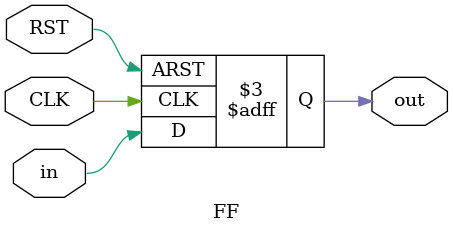
<source format=v>

module FF #(
  parameter BUS_WIDTH = 1
  )(
  input CLK,RST,
  input [BUS_WIDTH-1 : 0] in,
  output reg [BUS_WIDTH-1 : 0] out
  );
  
  always @(posedge CLK or negedge RST)
  begin
    if(!RST)
      begin
        out <= 'd0;
      end
      
    else
      begin
        out <= in;
      end
      
  end

endmodule

</source>
